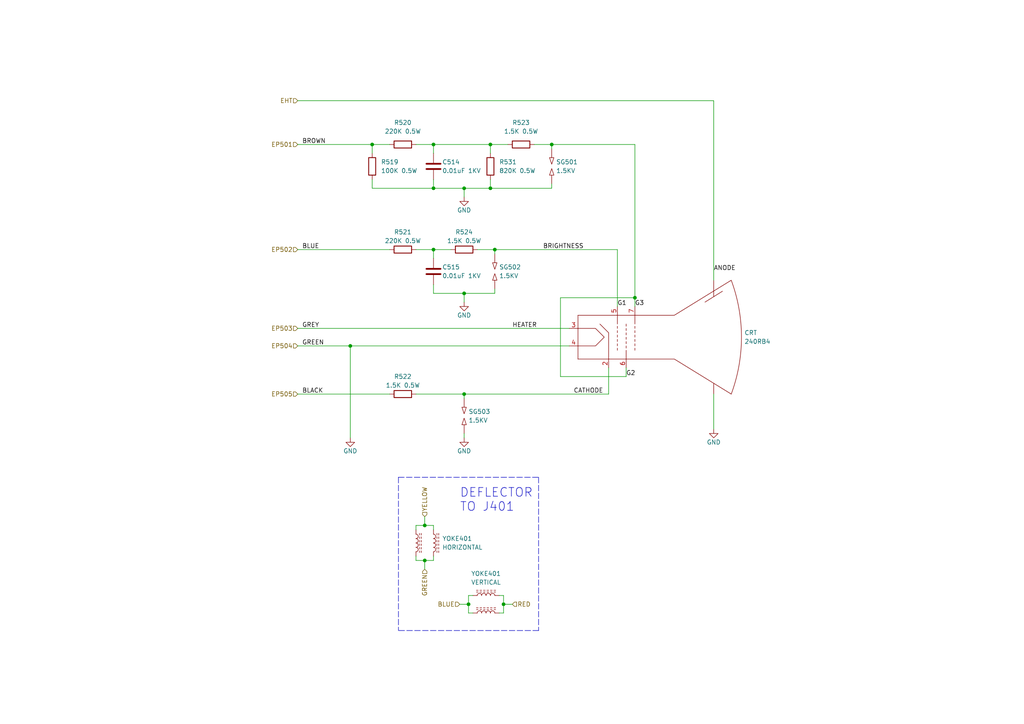
<source format=kicad_sch>
(kicad_sch
	(version 20231120)
	(generator "eeschema")
	(generator_version "8.0")
	(uuid "539c3116-088c-46e2-bd80-02ce22d3faaa")
	(paper "A4")
	(title_block
		(title "Vectrex CRT Board")
		(date "2022-03-12")
		(rev "1.0")
		(comment 1 "or send a letter to Creative Commons, PO Box 1866, Mountain View, CA 94042, USA.")
		(comment 2 "To view a copy of this license, visit http://creativecommons.org/licenses/by-sa/4.0/")
		(comment 3 "Attribution-ShareAlike 4.0 International License.")
		(comment 4 "This work is licensed under the Creative Commons")
	)
	(lib_symbols
		(symbol "Device:C"
			(pin_numbers hide)
			(pin_names
				(offset 0.254)
			)
			(exclude_from_sim no)
			(in_bom yes)
			(on_board yes)
			(property "Reference" "C"
				(at 0.635 2.54 0)
				(effects
					(font
						(size 1.27 1.27)
					)
					(justify left)
				)
			)
			(property "Value" "C"
				(at 0.635 -2.54 0)
				(effects
					(font
						(size 1.27 1.27)
					)
					(justify left)
				)
			)
			(property "Footprint" ""
				(at 0.9652 -3.81 0)
				(effects
					(font
						(size 1.27 1.27)
					)
					(hide yes)
				)
			)
			(property "Datasheet" "~"
				(at 0 0 0)
				(effects
					(font
						(size 1.27 1.27)
					)
					(hide yes)
				)
			)
			(property "Description" "Unpolarized capacitor"
				(at 0 0 0)
				(effects
					(font
						(size 1.27 1.27)
					)
					(hide yes)
				)
			)
			(property "ki_keywords" "cap capacitor"
				(at 0 0 0)
				(effects
					(font
						(size 1.27 1.27)
					)
					(hide yes)
				)
			)
			(property "ki_fp_filters" "C_*"
				(at 0 0 0)
				(effects
					(font
						(size 1.27 1.27)
					)
					(hide yes)
				)
			)
			(symbol "C_0_1"
				(polyline
					(pts
						(xy -2.032 -0.762) (xy 2.032 -0.762)
					)
					(stroke
						(width 0.508)
						(type default)
					)
					(fill
						(type none)
					)
				)
				(polyline
					(pts
						(xy -2.032 0.762) (xy 2.032 0.762)
					)
					(stroke
						(width 0.508)
						(type default)
					)
					(fill
						(type none)
					)
				)
			)
			(symbol "C_1_1"
				(pin passive line
					(at 0 3.81 270)
					(length 2.794)
					(name "~"
						(effects
							(font
								(size 1.27 1.27)
							)
						)
					)
					(number "1"
						(effects
							(font
								(size 1.27 1.27)
							)
						)
					)
				)
				(pin passive line
					(at 0 -3.81 90)
					(length 2.794)
					(name "~"
						(effects
							(font
								(size 1.27 1.27)
							)
						)
					)
					(number "2"
						(effects
							(font
								(size 1.27 1.27)
							)
						)
					)
				)
			)
		)
		(symbol "Device:L_Ferrite"
			(pin_numbers hide)
			(pin_names
				(offset 1.016) hide)
			(exclude_from_sim no)
			(in_bom yes)
			(on_board yes)
			(property "Reference" "L"
				(at -1.27 0 90)
				(effects
					(font
						(size 1.27 1.27)
					)
				)
			)
			(property "Value" "L_Ferrite"
				(at 2.794 0 90)
				(effects
					(font
						(size 1.27 1.27)
					)
				)
			)
			(property "Footprint" ""
				(at 0 0 0)
				(effects
					(font
						(size 1.27 1.27)
					)
					(hide yes)
				)
			)
			(property "Datasheet" "~"
				(at 0 0 0)
				(effects
					(font
						(size 1.27 1.27)
					)
					(hide yes)
				)
			)
			(property "Description" "Inductor with ferrite core"
				(at 0 0 0)
				(effects
					(font
						(size 1.27 1.27)
					)
					(hide yes)
				)
			)
			(property "ki_keywords" "inductor choke coil reactor magnetic"
				(at 0 0 0)
				(effects
					(font
						(size 1.27 1.27)
					)
					(hide yes)
				)
			)
			(property "ki_fp_filters" "Choke_* *Coil* Inductor_* L_*"
				(at 0 0 0)
				(effects
					(font
						(size 1.27 1.27)
					)
					(hide yes)
				)
			)
			(symbol "L_Ferrite_0_1"
				(arc
					(start 0 -2.54)
					(mid 0.6323 -1.905)
					(end 0 -1.27)
					(stroke
						(width 0)
						(type default)
					)
					(fill
						(type none)
					)
				)
				(arc
					(start 0 -1.27)
					(mid 0.6323 -0.635)
					(end 0 0)
					(stroke
						(width 0)
						(type default)
					)
					(fill
						(type none)
					)
				)
				(polyline
					(pts
						(xy 1.016 -2.794) (xy 1.016 -2.286)
					)
					(stroke
						(width 0)
						(type default)
					)
					(fill
						(type none)
					)
				)
				(polyline
					(pts
						(xy 1.016 -1.778) (xy 1.016 -1.27)
					)
					(stroke
						(width 0)
						(type default)
					)
					(fill
						(type none)
					)
				)
				(polyline
					(pts
						(xy 1.016 -0.762) (xy 1.016 -0.254)
					)
					(stroke
						(width 0)
						(type default)
					)
					(fill
						(type none)
					)
				)
				(polyline
					(pts
						(xy 1.016 0.254) (xy 1.016 0.762)
					)
					(stroke
						(width 0)
						(type default)
					)
					(fill
						(type none)
					)
				)
				(polyline
					(pts
						(xy 1.016 1.27) (xy 1.016 1.778)
					)
					(stroke
						(width 0)
						(type default)
					)
					(fill
						(type none)
					)
				)
				(polyline
					(pts
						(xy 1.016 2.286) (xy 1.016 2.794)
					)
					(stroke
						(width 0)
						(type default)
					)
					(fill
						(type none)
					)
				)
				(polyline
					(pts
						(xy 1.524 -2.286) (xy 1.524 -2.794)
					)
					(stroke
						(width 0)
						(type default)
					)
					(fill
						(type none)
					)
				)
				(polyline
					(pts
						(xy 1.524 -1.27) (xy 1.524 -1.778)
					)
					(stroke
						(width 0)
						(type default)
					)
					(fill
						(type none)
					)
				)
				(polyline
					(pts
						(xy 1.524 -0.254) (xy 1.524 -0.762)
					)
					(stroke
						(width 0)
						(type default)
					)
					(fill
						(type none)
					)
				)
				(polyline
					(pts
						(xy 1.524 0.762) (xy 1.524 0.254)
					)
					(stroke
						(width 0)
						(type default)
					)
					(fill
						(type none)
					)
				)
				(polyline
					(pts
						(xy 1.524 1.778) (xy 1.524 1.27)
					)
					(stroke
						(width 0)
						(type default)
					)
					(fill
						(type none)
					)
				)
				(polyline
					(pts
						(xy 1.524 2.794) (xy 1.524 2.286)
					)
					(stroke
						(width 0)
						(type default)
					)
					(fill
						(type none)
					)
				)
				(arc
					(start 0 0)
					(mid 0.6323 0.635)
					(end 0 1.27)
					(stroke
						(width 0)
						(type default)
					)
					(fill
						(type none)
					)
				)
				(arc
					(start 0 1.27)
					(mid 0.6323 1.905)
					(end 0 2.54)
					(stroke
						(width 0)
						(type default)
					)
					(fill
						(type none)
					)
				)
			)
			(symbol "L_Ferrite_1_1"
				(pin passive line
					(at 0 3.81 270)
					(length 1.27)
					(name "1"
						(effects
							(font
								(size 1.27 1.27)
							)
						)
					)
					(number "1"
						(effects
							(font
								(size 1.27 1.27)
							)
						)
					)
				)
				(pin passive line
					(at 0 -3.81 90)
					(length 1.27)
					(name "2"
						(effects
							(font
								(size 1.27 1.27)
							)
						)
					)
					(number "2"
						(effects
							(font
								(size 1.27 1.27)
							)
						)
					)
				)
			)
		)
		(symbol "Device:R"
			(pin_numbers hide)
			(pin_names
				(offset 0)
			)
			(exclude_from_sim no)
			(in_bom yes)
			(on_board yes)
			(property "Reference" "R"
				(at 2.032 0 90)
				(effects
					(font
						(size 1.27 1.27)
					)
				)
			)
			(property "Value" "R"
				(at 0 0 90)
				(effects
					(font
						(size 1.27 1.27)
					)
				)
			)
			(property "Footprint" ""
				(at -1.778 0 90)
				(effects
					(font
						(size 1.27 1.27)
					)
					(hide yes)
				)
			)
			(property "Datasheet" "~"
				(at 0 0 0)
				(effects
					(font
						(size 1.27 1.27)
					)
					(hide yes)
				)
			)
			(property "Description" "Resistor"
				(at 0 0 0)
				(effects
					(font
						(size 1.27 1.27)
					)
					(hide yes)
				)
			)
			(property "ki_keywords" "R res resistor"
				(at 0 0 0)
				(effects
					(font
						(size 1.27 1.27)
					)
					(hide yes)
				)
			)
			(property "ki_fp_filters" "R_*"
				(at 0 0 0)
				(effects
					(font
						(size 1.27 1.27)
					)
					(hide yes)
				)
			)
			(symbol "R_0_1"
				(rectangle
					(start -1.016 -2.54)
					(end 1.016 2.54)
					(stroke
						(width 0.254)
						(type default)
					)
					(fill
						(type none)
					)
				)
			)
			(symbol "R_1_1"
				(pin passive line
					(at 0 3.81 270)
					(length 1.27)
					(name "~"
						(effects
							(font
								(size 1.27 1.27)
							)
						)
					)
					(number "1"
						(effects
							(font
								(size 1.27 1.27)
							)
						)
					)
				)
				(pin passive line
					(at 0 -3.81 90)
					(length 1.27)
					(name "~"
						(effects
							(font
								(size 1.27 1.27)
							)
						)
					)
					(number "2"
						(effects
							(font
								(size 1.27 1.27)
							)
						)
					)
				)
			)
		)
		(symbol "Device:SparkGap"
			(pin_numbers hide)
			(pin_names
				(offset 0)
			)
			(exclude_from_sim no)
			(in_bom yes)
			(on_board yes)
			(property "Reference" "E"
				(at 0 2.032 0)
				(effects
					(font
						(size 1.27 1.27)
					)
				)
			)
			(property "Value" "SparkGap"
				(at 0 -1.905 0)
				(effects
					(font
						(size 1.27 1.27)
					)
				)
			)
			(property "Footprint" ""
				(at 0 -1.778 0)
				(effects
					(font
						(size 1.27 1.27)
					)
					(hide yes)
				)
			)
			(property "Datasheet" "~"
				(at 0 0 90)
				(effects
					(font
						(size 1.27 1.27)
					)
					(hide yes)
				)
			)
			(property "Description" "Spark gap"
				(at 0 0 0)
				(effects
					(font
						(size 1.27 1.27)
					)
					(hide yes)
				)
			)
			(property "ki_keywords" "spark gap ESD electrostatic suppression"
				(at 0 0 0)
				(effects
					(font
						(size 1.27 1.27)
					)
					(hide yes)
				)
			)
			(property "ki_fp_filters" "SG*"
				(at 0 0 0)
				(effects
					(font
						(size 1.27 1.27)
					)
					(hide yes)
				)
			)
			(symbol "SparkGap_0_1"
				(polyline
					(pts
						(xy -2.54 0.635) (xy -2.54 -0.635) (xy -0.635 0) (xy -2.54 0.635)
					)
					(stroke
						(width 0)
						(type default)
					)
					(fill
						(type none)
					)
				)
				(polyline
					(pts
						(xy 2.54 0.635) (xy 2.54 -0.635) (xy 0.635 0) (xy 2.54 0.635)
					)
					(stroke
						(width 0)
						(type default)
					)
					(fill
						(type none)
					)
				)
			)
			(symbol "SparkGap_1_1"
				(pin passive line
					(at -5.08 0 0)
					(length 2.54)
					(name "~"
						(effects
							(font
								(size 1.27 1.27)
							)
						)
					)
					(number "1"
						(effects
							(font
								(size 1.27 1.27)
							)
						)
					)
				)
				(pin passive line
					(at 5.08 0 180)
					(length 2.54)
					(name "~"
						(effects
							(font
								(size 1.27 1.27)
							)
						)
					)
					(number "2"
						(effects
							(font
								(size 1.27 1.27)
							)
						)
					)
				)
			)
		)
		(symbol "Vectrex:240RB4"
			(exclude_from_sim no)
			(in_bom yes)
			(on_board yes)
			(property "Reference" "CRT?"
				(at 27.94 1.2701 0)
				(effects
					(font
						(size 1.27 1.27)
					)
					(justify left)
				)
			)
			(property "Value" "240RB4"
				(at 27.94 -1.2699 0)
				(effects
					(font
						(size 1.27 1.27)
					)
					(justify left)
				)
			)
			(property "Footprint" ""
				(at 0 0 0)
				(effects
					(font
						(size 1.27 1.27)
					)
					(hide yes)
				)
			)
			(property "Datasheet" ""
				(at 0 0 0)
				(effects
					(font
						(size 1.27 1.27)
					)
					(hide yes)
				)
			)
			(property "Description" ""
				(at 0 0 0)
				(effects
					(font
						(size 1.27 1.27)
					)
					(hide yes)
				)
			)
			(symbol "240RB4_0_1"
				(polyline
					(pts
						(xy -20.32 6.35) (xy -20.32 -6.35)
					)
					(stroke
						(width 0)
						(type default)
					)
					(fill
						(type none)
					)
				)
				(polyline
					(pts
						(xy -8.89 -3.175) (xy -8.89 -3.81)
					)
					(stroke
						(width 0)
						(type default)
					)
					(fill
						(type none)
					)
				)
				(polyline
					(pts
						(xy -8.89 -1.905) (xy -8.89 -2.54)
					)
					(stroke
						(width 0)
						(type default)
					)
					(fill
						(type none)
					)
				)
				(polyline
					(pts
						(xy -8.89 -0.635) (xy -8.89 -1.27)
					)
					(stroke
						(width 0)
						(type default)
					)
					(fill
						(type none)
					)
				)
				(polyline
					(pts
						(xy -8.89 0.635) (xy -8.89 0)
					)
					(stroke
						(width 0)
						(type default)
					)
					(fill
						(type none)
					)
				)
				(polyline
					(pts
						(xy -8.89 1.905) (xy -8.89 1.27)
					)
					(stroke
						(width 0)
						(type default)
					)
					(fill
						(type none)
					)
				)
				(polyline
					(pts
						(xy -8.89 3.175) (xy -8.89 2.54)
					)
					(stroke
						(width 0)
						(type default)
					)
					(fill
						(type none)
					)
				)
				(polyline
					(pts
						(xy -8.89 6.35) (xy -8.89 3.81)
					)
					(stroke
						(width 0)
						(type default)
					)
					(fill
						(type none)
					)
				)
				(polyline
					(pts
						(xy -6.35 -6.35) (xy -6.35 -3.81)
					)
					(stroke
						(width 0)
						(type default)
					)
					(fill
						(type none)
					)
				)
				(polyline
					(pts
						(xy -6.35 -3.175) (xy -6.35 -2.54)
					)
					(stroke
						(width 0)
						(type default)
					)
					(fill
						(type none)
					)
				)
				(polyline
					(pts
						(xy -6.35 -1.905) (xy -6.35 -1.27)
					)
					(stroke
						(width 0)
						(type default)
					)
					(fill
						(type none)
					)
				)
				(polyline
					(pts
						(xy -6.35 -0.635) (xy -6.35 0)
					)
					(stroke
						(width 0)
						(type default)
					)
					(fill
						(type none)
					)
				)
				(polyline
					(pts
						(xy -6.35 0.635) (xy -6.35 1.27)
					)
					(stroke
						(width 0)
						(type default)
					)
					(fill
						(type none)
					)
				)
				(polyline
					(pts
						(xy -6.35 1.905) (xy -6.35 2.54)
					)
					(stroke
						(width 0)
						(type default)
					)
					(fill
						(type none)
					)
				)
				(polyline
					(pts
						(xy -6.35 3.175) (xy -6.35 3.81)
					)
					(stroke
						(width 0)
						(type default)
					)
					(fill
						(type none)
					)
				)
				(polyline
					(pts
						(xy -3.81 -3.175) (xy -3.81 -3.81)
					)
					(stroke
						(width 0)
						(type default)
					)
					(fill
						(type none)
					)
				)
				(polyline
					(pts
						(xy -3.81 -1.905) (xy -3.81 -2.54)
					)
					(stroke
						(width 0)
						(type default)
					)
					(fill
						(type none)
					)
				)
				(polyline
					(pts
						(xy -3.81 -0.635) (xy -3.81 -1.27)
					)
					(stroke
						(width 0)
						(type default)
					)
					(fill
						(type none)
					)
				)
				(polyline
					(pts
						(xy -3.81 0.635) (xy -3.81 0)
					)
					(stroke
						(width 0)
						(type default)
					)
					(fill
						(type none)
					)
				)
				(polyline
					(pts
						(xy -3.81 1.905) (xy -3.81 1.27)
					)
					(stroke
						(width 0)
						(type default)
					)
					(fill
						(type none)
					)
				)
				(polyline
					(pts
						(xy -3.81 3.175) (xy -3.81 2.54)
					)
					(stroke
						(width 0)
						(type default)
					)
					(fill
						(type none)
					)
				)
				(polyline
					(pts
						(xy -3.81 6.35) (xy -3.81 3.81)
					)
					(stroke
						(width 0)
						(type default)
					)
					(fill
						(type none)
					)
				)
				(polyline
					(pts
						(xy 16.51 10.16) (xy 21.59 13.335)
					)
					(stroke
						(width 0)
						(type default)
					)
					(fill
						(type none)
					)
				)
				(polyline
					(pts
						(xy -20.32 -6.35) (xy 7.62 -6.35) (xy 24.13 -16.51)
					)
					(stroke
						(width 0)
						(type default)
					)
					(fill
						(type none)
					)
				)
				(polyline
					(pts
						(xy -20.32 6.35) (xy 7.62 6.35) (xy 24.13 16.51)
					)
					(stroke
						(width 0)
						(type default)
					)
					(fill
						(type none)
					)
				)
				(polyline
					(pts
						(xy -11.43 -6.35) (xy -11.43 0) (xy -11.43 1.27) (xy -13.97 3.81)
					)
					(stroke
						(width 0)
						(type default)
					)
					(fill
						(type none)
					)
				)
				(polyline
					(pts
						(xy -20.32 2.54) (xy -15.24 2.54) (xy -12.7 0) (xy -15.24 -2.54) (xy -20.32 -2.54)
					)
					(stroke
						(width 0)
						(type default)
					)
					(fill
						(type none)
					)
				)
				(arc
					(start 24.13 -16.51)
					(mid 27.0956 0)
					(end 24.13 16.51)
					(stroke
						(width 0)
						(type default)
					)
					(fill
						(type none)
					)
				)
			)
			(symbol "240RB4_1_1"
				(pin input line
					(at 19.05 -16.51 90)
					(length 3)
					(name ""
						(effects
							(font
								(size 1.27 1.27)
							)
						)
					)
					(number ""
						(effects
							(font
								(size 1.27 1.27)
							)
						)
					)
				)
				(pin input line
					(at 19.05 16.51 270)
					(length 4.7)
					(name ""
						(effects
							(font
								(size 1.27 1.27)
							)
						)
					)
					(number ""
						(effects
							(font
								(size 1.27 1.27)
							)
						)
					)
				)
				(pin input line
					(at -11.43 -8.89 90)
					(length 2.54)
					(name ""
						(effects
							(font
								(size 1.27 1.27)
							)
						)
					)
					(number "2"
						(effects
							(font
								(size 1.27 1.27)
							)
						)
					)
				)
				(pin input line
					(at -22.86 2.54 0)
					(length 2.54)
					(name ""
						(effects
							(font
								(size 1.27 1.27)
							)
						)
					)
					(number "3"
						(effects
							(font
								(size 1.27 1.27)
							)
						)
					)
				)
				(pin input line
					(at -22.86 -2.54 0)
					(length 2.54)
					(name ""
						(effects
							(font
								(size 1.27 1.27)
							)
						)
					)
					(number "4"
						(effects
							(font
								(size 1.27 1.27)
							)
						)
					)
				)
				(pin input line
					(at -8.89 8.89 270)
					(length 2.54)
					(name ""
						(effects
							(font
								(size 1.27 1.27)
							)
						)
					)
					(number "5"
						(effects
							(font
								(size 1.27 1.27)
							)
						)
					)
				)
				(pin input line
					(at -6.35 -8.89 90)
					(length 2.54)
					(name ""
						(effects
							(font
								(size 1.27 1.27)
							)
						)
					)
					(number "6"
						(effects
							(font
								(size 1.27 1.27)
							)
						)
					)
				)
				(pin input line
					(at -3.81 8.89 270)
					(length 2.54)
					(name ""
						(effects
							(font
								(size 1.27 1.27)
							)
						)
					)
					(number "7"
						(effects
							(font
								(size 1.27 1.27)
							)
						)
					)
				)
			)
		)
		(symbol "power:GND"
			(power)
			(pin_names
				(offset 0)
			)
			(exclude_from_sim no)
			(in_bom yes)
			(on_board yes)
			(property "Reference" "#PWR"
				(at 0 -6.35 0)
				(effects
					(font
						(size 1.27 1.27)
					)
					(hide yes)
				)
			)
			(property "Value" "GND"
				(at 0 -3.81 0)
				(effects
					(font
						(size 1.27 1.27)
					)
				)
			)
			(property "Footprint" ""
				(at 0 0 0)
				(effects
					(font
						(size 1.27 1.27)
					)
					(hide yes)
				)
			)
			(property "Datasheet" ""
				(at 0 0 0)
				(effects
					(font
						(size 1.27 1.27)
					)
					(hide yes)
				)
			)
			(property "Description" "Power symbol creates a global label with name \"GND\" , ground"
				(at 0 0 0)
				(effects
					(font
						(size 1.27 1.27)
					)
					(hide yes)
				)
			)
			(property "ki_keywords" "power-flag"
				(at 0 0 0)
				(effects
					(font
						(size 1.27 1.27)
					)
					(hide yes)
				)
			)
			(symbol "GND_0_1"
				(polyline
					(pts
						(xy 0 0) (xy 0 -1.27) (xy 1.27 -1.27) (xy 0 -2.54) (xy -1.27 -1.27) (xy 0 -1.27)
					)
					(stroke
						(width 0)
						(type default)
					)
					(fill
						(type none)
					)
				)
			)
			(symbol "GND_1_1"
				(pin power_in line
					(at 0 0 270)
					(length 0) hide
					(name "GND"
						(effects
							(font
								(size 1.27 1.27)
							)
						)
					)
					(number "1"
						(effects
							(font
								(size 1.27 1.27)
							)
						)
					)
				)
			)
		)
	)
	(junction
		(at 142.24 41.91)
		(diameter 0)
		(color 0 0 0 0)
		(uuid "28db5559-1369-4a31-a66c-9e2705ced85c")
	)
	(junction
		(at 123.19 152.4)
		(diameter 0)
		(color 0 0 0 0)
		(uuid "28ddcca8-adf4-4732-804a-9188fcd30ef8")
	)
	(junction
		(at 142.24 54.61)
		(diameter 0)
		(color 0 0 0 0)
		(uuid "29245e7d-e93d-472b-8f6f-c61560177123")
	)
	(junction
		(at 184.15 86.36)
		(diameter 0)
		(color 0 0 0 0)
		(uuid "2ac56f9a-23f7-4b5b-945b-bd1749ae4092")
	)
	(junction
		(at 107.95 41.91)
		(diameter 0)
		(color 0 0 0 0)
		(uuid "3a7507e0-05ae-4f38-ba85-29646a8bc5d1")
	)
	(junction
		(at 101.6 100.33)
		(diameter 0)
		(color 0 0 0 0)
		(uuid "66fc82d5-1c76-4ab5-83e8-1b86ccfc6dad")
	)
	(junction
		(at 160.02 41.91)
		(diameter 0)
		(color 0 0 0 0)
		(uuid "6df5ce51-19ef-4f0e-9cb1-32a71c85597c")
	)
	(junction
		(at 125.73 41.91)
		(diameter 0)
		(color 0 0 0 0)
		(uuid "7369f76c-f22e-45d1-8b05-6b133ba86cd1")
	)
	(junction
		(at 134.62 85.09)
		(diameter 0)
		(color 0 0 0 0)
		(uuid "76f77ab0-e698-49f1-8db5-7724c52c51e7")
	)
	(junction
		(at 125.73 72.39)
		(diameter 0)
		(color 0 0 0 0)
		(uuid "8e19dce8-c322-4f86-8d90-d5e09be55d2f")
	)
	(junction
		(at 146.05 175.26)
		(diameter 0)
		(color 0 0 0 0)
		(uuid "b8189f66-5916-493a-b7c8-16c4d6d53798")
	)
	(junction
		(at 134.62 114.3)
		(diameter 0)
		(color 0 0 0 0)
		(uuid "b8448430-fbb2-41f5-9d0a-2755d4e50048")
	)
	(junction
		(at 125.73 54.61)
		(diameter 0)
		(color 0 0 0 0)
		(uuid "c15637d5-ab0e-437e-ad65-d5f9a3021860")
	)
	(junction
		(at 135.89 175.26)
		(diameter 0)
		(color 0 0 0 0)
		(uuid "cd39066a-1c35-4760-8684-1c68af4e1ee2")
	)
	(junction
		(at 143.51 72.39)
		(diameter 0)
		(color 0 0 0 0)
		(uuid "d8d53a77-284f-4557-8056-a99c2b1e9fd6")
	)
	(junction
		(at 123.19 162.56)
		(diameter 0)
		(color 0 0 0 0)
		(uuid "e770675d-c832-4e34-8d50-80fa5c5aa429")
	)
	(junction
		(at 134.62 54.61)
		(diameter 0)
		(color 0 0 0 0)
		(uuid "f20d3010-6d0a-443b-a66b-099ec2e1cd89")
	)
	(wire
		(pts
			(xy 142.24 41.91) (xy 147.32 41.91)
		)
		(stroke
			(width 0)
			(type default)
		)
		(uuid "0225efb6-4ade-49c1-887d-40173a65cff7")
	)
	(wire
		(pts
			(xy 107.95 54.61) (xy 107.95 52.07)
		)
		(stroke
			(width 0)
			(type default)
		)
		(uuid "049f7a2f-143a-4bb5-a4a0-f2c7df3ff93a")
	)
	(wire
		(pts
			(xy 120.65 72.39) (xy 125.73 72.39)
		)
		(stroke
			(width 0)
			(type default)
		)
		(uuid "0632d8ce-2fa6-43ad-8dc8-7540f061dffa")
	)
	(wire
		(pts
			(xy 135.89 175.26) (xy 135.89 177.8)
		)
		(stroke
			(width 0)
			(type default)
		)
		(uuid "06dd68b9-5601-44b3-96d3-59b4926bc4c9")
	)
	(wire
		(pts
			(xy 181.61 109.22) (xy 162.56 109.22)
		)
		(stroke
			(width 0)
			(type default)
		)
		(uuid "08b49b88-abce-48a7-bacf-a1f15af91120")
	)
	(wire
		(pts
			(xy 143.51 85.09) (xy 143.51 83.82)
		)
		(stroke
			(width 0)
			(type default)
		)
		(uuid "10daa103-b578-48d9-b373-8b46dbf004a1")
	)
	(wire
		(pts
			(xy 125.73 41.91) (xy 142.24 41.91)
		)
		(stroke
			(width 0)
			(type default)
		)
		(uuid "1239805e-25e5-4ae3-817d-753a679dfdb5")
	)
	(wire
		(pts
			(xy 162.56 109.22) (xy 162.56 86.36)
		)
		(stroke
			(width 0)
			(type default)
		)
		(uuid "150ea59e-397e-4168-97b0-12592de93e56")
	)
	(wire
		(pts
			(xy 120.65 152.4) (xy 123.19 152.4)
		)
		(stroke
			(width 0)
			(type default)
		)
		(uuid "1abb1342-46bd-43c6-8536-31e4dc44fe90")
	)
	(wire
		(pts
			(xy 143.51 72.39) (xy 179.07 72.39)
		)
		(stroke
			(width 0)
			(type default)
		)
		(uuid "25f403e6-ae01-4b1c-9834-610304042d8c")
	)
	(wire
		(pts
			(xy 146.05 175.26) (xy 146.05 177.8)
		)
		(stroke
			(width 0)
			(type default)
		)
		(uuid "281bb0a1-50f2-4579-b7ae-7224f3bd1193")
	)
	(wire
		(pts
			(xy 134.62 114.3) (xy 120.65 114.3)
		)
		(stroke
			(width 0)
			(type default)
		)
		(uuid "2c11b78f-de27-4f3c-a0f5-4b05d3dfb58e")
	)
	(wire
		(pts
			(xy 101.6 100.33) (xy 86.36 100.33)
		)
		(stroke
			(width 0)
			(type default)
		)
		(uuid "2c83e860-d0f7-49c4-9e6b-dcd07341f337")
	)
	(wire
		(pts
			(xy 134.62 85.09) (xy 143.51 85.09)
		)
		(stroke
			(width 0)
			(type default)
		)
		(uuid "2cf56726-c25a-4af3-ae95-f459f21f4bd7")
	)
	(wire
		(pts
			(xy 146.05 175.26) (xy 148.59 175.26)
		)
		(stroke
			(width 0)
			(type default)
		)
		(uuid "2fde4759-f5e5-4592-86c6-2538516a1cd8")
	)
	(wire
		(pts
			(xy 123.19 149.86) (xy 123.19 152.4)
		)
		(stroke
			(width 0)
			(type default)
		)
		(uuid "3062f5e9-28c9-418e-b0f2-216f400f476e")
	)
	(polyline
		(pts
			(xy 115.57 138.43) (xy 156.21 138.43)
		)
		(stroke
			(width 0)
			(type dash)
		)
		(uuid "31988f03-7eaf-411b-80b2-73ad24e0d5c4")
	)
	(polyline
		(pts
			(xy 156.21 138.43) (xy 156.21 182.88)
		)
		(stroke
			(width 0)
			(type dash)
		)
		(uuid "35fefc94-43df-4deb-a022-e9628b1e1039")
	)
	(wire
		(pts
			(xy 207.01 114.3) (xy 207.01 124.46)
		)
		(stroke
			(width 0)
			(type default)
		)
		(uuid "37d94160-e6df-4dc1-9869-debab234da2e")
	)
	(wire
		(pts
			(xy 125.73 162.56) (xy 123.19 162.56)
		)
		(stroke
			(width 0)
			(type default)
		)
		(uuid "39f119eb-a443-43e0-a5c7-df3d570a1341")
	)
	(wire
		(pts
			(xy 125.73 52.07) (xy 125.73 54.61)
		)
		(stroke
			(width 0)
			(type default)
		)
		(uuid "464a7a53-ece0-4e51-a58b-985b9da95d57")
	)
	(wire
		(pts
			(xy 142.24 52.07) (xy 142.24 54.61)
		)
		(stroke
			(width 0)
			(type default)
		)
		(uuid "494bb70e-2ad0-47b8-9508-9fd809a12dfc")
	)
	(wire
		(pts
			(xy 142.24 41.91) (xy 142.24 44.45)
		)
		(stroke
			(width 0)
			(type default)
		)
		(uuid "4aa20328-5b5b-498a-91bd-ca2a5b78d1e8")
	)
	(wire
		(pts
			(xy 135.89 177.8) (xy 137.16 177.8)
		)
		(stroke
			(width 0)
			(type default)
		)
		(uuid "4b4ec5f0-454b-429b-a94a-83876caa6abf")
	)
	(wire
		(pts
			(xy 143.51 72.39) (xy 143.51 73.66)
		)
		(stroke
			(width 0)
			(type default)
		)
		(uuid "510ac48d-b16c-44f2-849b-69788fca6bc7")
	)
	(wire
		(pts
			(xy 160.02 53.34) (xy 160.02 54.61)
		)
		(stroke
			(width 0)
			(type default)
		)
		(uuid "51b4a4e8-d069-4879-bc61-51660c8f7cf6")
	)
	(wire
		(pts
			(xy 86.36 95.25) (xy 165.1 95.25)
		)
		(stroke
			(width 0)
			(type default)
		)
		(uuid "580fc3fa-bc1f-414d-b54f-dd6838da1a3b")
	)
	(wire
		(pts
			(xy 133.35 175.26) (xy 135.89 175.26)
		)
		(stroke
			(width 0)
			(type default)
		)
		(uuid "58344c4a-7ad1-42bf-95ae-2bfc7fdf478c")
	)
	(wire
		(pts
			(xy 123.19 162.56) (xy 123.19 165.1)
		)
		(stroke
			(width 0)
			(type default)
		)
		(uuid "5d3c9569-45fa-40f6-bc26-2bcf56c148b4")
	)
	(wire
		(pts
			(xy 125.73 54.61) (xy 107.95 54.61)
		)
		(stroke
			(width 0)
			(type default)
		)
		(uuid "5dec97e5-0c34-4431-8641-fa8aca36cc3c")
	)
	(wire
		(pts
			(xy 184.15 86.36) (xy 184.15 88.9)
		)
		(stroke
			(width 0)
			(type default)
		)
		(uuid "5fd1fdf1-828f-4ce3-8e6f-e9bada081239")
	)
	(wire
		(pts
			(xy 135.89 172.72) (xy 135.89 175.26)
		)
		(stroke
			(width 0)
			(type default)
		)
		(uuid "66bd1741-a44c-4d8c-96d0-5166de708a80")
	)
	(wire
		(pts
			(xy 160.02 41.91) (xy 184.15 41.91)
		)
		(stroke
			(width 0)
			(type default)
		)
		(uuid "67933d9e-4e4c-4600-b9b3-f0112297c5d9")
	)
	(wire
		(pts
			(xy 146.05 177.8) (xy 144.78 177.8)
		)
		(stroke
			(width 0)
			(type default)
		)
		(uuid "6a95b5be-528a-4321-9d82-3589dc42bd77")
	)
	(wire
		(pts
			(xy 120.65 162.56) (xy 120.65 161.29)
		)
		(stroke
			(width 0)
			(type default)
		)
		(uuid "71683ad6-a2bb-4eeb-bacb-b7c71eff5462")
	)
	(wire
		(pts
			(xy 123.19 152.4) (xy 125.73 152.4)
		)
		(stroke
			(width 0)
			(type default)
		)
		(uuid "7194bec1-cb60-42e1-9d23-d9c954351204")
	)
	(wire
		(pts
			(xy 138.43 72.39) (xy 143.51 72.39)
		)
		(stroke
			(width 0)
			(type default)
		)
		(uuid "73c8ea9e-09b2-4bd7-b08d-70880ba6adcb")
	)
	(wire
		(pts
			(xy 176.53 106.68) (xy 176.53 114.3)
		)
		(stroke
			(width 0)
			(type default)
		)
		(uuid "7592ed30-f60f-4ae9-b073-e5e33fa6138c")
	)
	(wire
		(pts
			(xy 134.62 114.3) (xy 134.62 115.57)
		)
		(stroke
			(width 0)
			(type default)
		)
		(uuid "7683f79d-5d73-4b74-a5d4-7784b84a782d")
	)
	(polyline
		(pts
			(xy 115.57 138.43) (xy 115.57 182.88)
		)
		(stroke
			(width 0)
			(type dash)
		)
		(uuid "7e625c41-3ea6-4462-b14b-5d9d477f18b5")
	)
	(wire
		(pts
			(xy 125.73 72.39) (xy 130.81 72.39)
		)
		(stroke
			(width 0)
			(type default)
		)
		(uuid "838324e9-618e-4309-bd56-c08f3fdbbaf3")
	)
	(wire
		(pts
			(xy 120.65 153.67) (xy 120.65 152.4)
		)
		(stroke
			(width 0)
			(type default)
		)
		(uuid "839f5e2f-f786-4ba8-b83e-a5ad694a8237")
	)
	(wire
		(pts
			(xy 160.02 41.91) (xy 160.02 43.18)
		)
		(stroke
			(width 0)
			(type default)
		)
		(uuid "8620bd78-ee7e-424d-9dda-e085215ce1a4")
	)
	(wire
		(pts
			(xy 181.61 106.68) (xy 181.61 109.22)
		)
		(stroke
			(width 0)
			(type default)
		)
		(uuid "8966c23e-7dbf-421e-899d-33aadb10a4d5")
	)
	(wire
		(pts
			(xy 120.65 41.91) (xy 125.73 41.91)
		)
		(stroke
			(width 0)
			(type default)
		)
		(uuid "8b6aa81a-9996-4e09-8385-20af8e5ff2be")
	)
	(wire
		(pts
			(xy 125.73 152.4) (xy 125.73 153.67)
		)
		(stroke
			(width 0)
			(type default)
		)
		(uuid "8f01fd37-9177-43d6-8b59-fc3282e8759d")
	)
	(wire
		(pts
			(xy 101.6 100.33) (xy 165.1 100.33)
		)
		(stroke
			(width 0)
			(type default)
		)
		(uuid "91de3f8d-319b-4028-8648-49a1efce87e2")
	)
	(wire
		(pts
			(xy 176.53 114.3) (xy 134.62 114.3)
		)
		(stroke
			(width 0)
			(type default)
		)
		(uuid "9ba8c5ab-7740-44da-8500-411e4520e327")
	)
	(wire
		(pts
			(xy 86.36 72.39) (xy 113.03 72.39)
		)
		(stroke
			(width 0)
			(type default)
		)
		(uuid "9bb5a0b1-63bd-4161-b1d2-9c681e8fbe97")
	)
	(wire
		(pts
			(xy 125.73 161.29) (xy 125.73 162.56)
		)
		(stroke
			(width 0)
			(type default)
		)
		(uuid "a1f1f67e-cecf-4387-a309-3502bcb67392")
	)
	(wire
		(pts
			(xy 107.95 44.45) (xy 107.95 41.91)
		)
		(stroke
			(width 0)
			(type default)
		)
		(uuid "a429f7a0-0772-44cc-967d-9431f3ed318d")
	)
	(wire
		(pts
			(xy 144.78 172.72) (xy 146.05 172.72)
		)
		(stroke
			(width 0)
			(type default)
		)
		(uuid "a5542841-f62c-4bc7-80ce-42730fd92e65")
	)
	(wire
		(pts
			(xy 179.07 88.9) (xy 179.07 72.39)
		)
		(stroke
			(width 0)
			(type default)
		)
		(uuid "acd767f3-1a2b-4e93-b784-405c8f35f475")
	)
	(wire
		(pts
			(xy 125.73 72.39) (xy 125.73 74.93)
		)
		(stroke
			(width 0)
			(type default)
		)
		(uuid "adfd8248-6272-49ce-9b37-0317070d18a5")
	)
	(wire
		(pts
			(xy 86.36 41.91) (xy 107.95 41.91)
		)
		(stroke
			(width 0)
			(type default)
		)
		(uuid "b0c6f23b-d3b4-42fb-b235-4801c7d709df")
	)
	(wire
		(pts
			(xy 142.24 54.61) (xy 134.62 54.61)
		)
		(stroke
			(width 0)
			(type default)
		)
		(uuid "bc7a45ea-3a05-480b-9b89-eb5bfde09a15")
	)
	(wire
		(pts
			(xy 125.73 85.09) (xy 134.62 85.09)
		)
		(stroke
			(width 0)
			(type default)
		)
		(uuid "bd05aa6b-952b-402d-932d-cb6f428fd1fe")
	)
	(wire
		(pts
			(xy 125.73 82.55) (xy 125.73 85.09)
		)
		(stroke
			(width 0)
			(type default)
		)
		(uuid "bd3ef08f-3af5-40dc-a676-d13fc0c86dea")
	)
	(wire
		(pts
			(xy 146.05 172.72) (xy 146.05 175.26)
		)
		(stroke
			(width 0)
			(type default)
		)
		(uuid "c410b57f-758c-4c80-a4e8-ba33f4db1b46")
	)
	(wire
		(pts
			(xy 137.16 172.72) (xy 135.89 172.72)
		)
		(stroke
			(width 0)
			(type default)
		)
		(uuid "c4947c78-7ee8-4910-930a-3718b02581dc")
	)
	(wire
		(pts
			(xy 86.36 114.3) (xy 113.03 114.3)
		)
		(stroke
			(width 0)
			(type default)
		)
		(uuid "c59e117d-c3cb-4773-b485-d24a14601e98")
	)
	(wire
		(pts
			(xy 125.73 41.91) (xy 125.73 44.45)
		)
		(stroke
			(width 0)
			(type default)
		)
		(uuid "c6ba8598-f9b5-4787-ad2b-499f9c980d36")
	)
	(wire
		(pts
			(xy 107.95 41.91) (xy 113.03 41.91)
		)
		(stroke
			(width 0)
			(type default)
		)
		(uuid "c80bbb92-dacd-4992-898e-0668091660ef")
	)
	(wire
		(pts
			(xy 134.62 85.09) (xy 134.62 87.63)
		)
		(stroke
			(width 0)
			(type default)
		)
		(uuid "ce7a95cf-4821-4c93-adc8-4c5a0db75114")
	)
	(wire
		(pts
			(xy 207.01 29.21) (xy 207.01 81.28)
		)
		(stroke
			(width 0)
			(type default)
		)
		(uuid "d0a56372-9e97-494c-a7fd-177aa478aec9")
	)
	(wire
		(pts
			(xy 154.94 41.91) (xy 160.02 41.91)
		)
		(stroke
			(width 0)
			(type default)
		)
		(uuid "d17b0549-def5-4367-b17e-c04417866963")
	)
	(wire
		(pts
			(xy 134.62 54.61) (xy 134.62 57.15)
		)
		(stroke
			(width 0)
			(type default)
		)
		(uuid "d446c2a0-b37f-4285-8a06-014561168668")
	)
	(wire
		(pts
			(xy 86.36 29.21) (xy 207.01 29.21)
		)
		(stroke
			(width 0)
			(type default)
		)
		(uuid "daa3f7c4-7e62-443e-9632-133b0f9e9023")
	)
	(wire
		(pts
			(xy 101.6 127) (xy 101.6 100.33)
		)
		(stroke
			(width 0)
			(type default)
		)
		(uuid "ddb0f8c0-0669-4615-a93c-ab5487be3275")
	)
	(wire
		(pts
			(xy 123.19 162.56) (xy 120.65 162.56)
		)
		(stroke
			(width 0)
			(type default)
		)
		(uuid "def7434f-f7f1-4194-82ed-a135855007f5")
	)
	(wire
		(pts
			(xy 134.62 54.61) (xy 125.73 54.61)
		)
		(stroke
			(width 0)
			(type default)
		)
		(uuid "e590610a-4548-4a4d-81b4-8af930dc0f68")
	)
	(polyline
		(pts
			(xy 156.21 182.88) (xy 115.57 182.88)
		)
		(stroke
			(width 0)
			(type dash)
		)
		(uuid "e716f821-eded-4d3c-939f-75c7acb3286d")
	)
	(wire
		(pts
			(xy 134.62 125.73) (xy 134.62 127)
		)
		(stroke
			(width 0)
			(type default)
		)
		(uuid "ea0350ed-926b-4077-91db-f5df930ba93e")
	)
	(wire
		(pts
			(xy 160.02 54.61) (xy 142.24 54.61)
		)
		(stroke
			(width 0)
			(type default)
		)
		(uuid "ee3a997a-132b-4f45-b15d-b81208b07e1e")
	)
	(wire
		(pts
			(xy 162.56 86.36) (xy 184.15 86.36)
		)
		(stroke
			(width 0)
			(type default)
		)
		(uuid "f33e440e-5672-4728-9553-8bc272d480ad")
	)
	(wire
		(pts
			(xy 184.15 41.91) (xy 184.15 86.36)
		)
		(stroke
			(width 0)
			(type default)
		)
		(uuid "f8b24a71-3068-4ffc-9f88-3cb3e4fea3de")
	)
	(text "DEFLECTOR\nTO J401"
		(exclude_from_sim no)
		(at 133.35 148.59 0)
		(effects
			(font
				(size 2.54 2.54)
			)
			(justify left bottom)
		)
		(uuid "1c632595-791c-48bd-ba96-ad3aae5274fa")
	)
	(label "BROWN"
		(at 87.63 41.91 0)
		(effects
			(font
				(size 1.27 1.27)
			)
			(justify left bottom)
		)
		(uuid "30deb169-b4b9-4e54-a197-13219941e8b2")
	)
	(label "G3"
		(at 184.15 88.9 0)
		(effects
			(font
				(size 1.27 1.27)
			)
			(justify left bottom)
		)
		(uuid "3be828be-212d-4b11-8746-b65f5ca21099")
	)
	(label "G2"
		(at 181.61 109.22 0)
		(effects
			(font
				(size 1.27 1.27)
			)
			(justify left bottom)
		)
		(uuid "5efa2b4c-5787-4bb5-9309-6a4d0bfa4930")
	)
	(label "HEATER"
		(at 148.59 95.25 0)
		(effects
			(font
				(size 1.27 1.27)
			)
			(justify left bottom)
		)
		(uuid "a0d2074a-a9b7-49f4-8d95-2676790b9173")
	)
	(label "BLUE"
		(at 87.63 72.39 0)
		(effects
			(font
				(size 1.27 1.27)
			)
			(justify left bottom)
		)
		(uuid "bb7f5fcc-a609-44be-8b65-0c9210d68e9d")
	)
	(label "GREY"
		(at 87.63 95.25 0)
		(effects
			(font
				(size 1.27 1.27)
			)
			(justify left bottom)
		)
		(uuid "c8cedc14-cd50-449b-83a3-7f5243fda862")
	)
	(label "GREEN"
		(at 87.63 100.33 0)
		(effects
			(font
				(size 1.27 1.27)
			)
			(justify left bottom)
		)
		(uuid "cf06fe9a-cc0f-4655-8d34-6bbefdfa119f")
	)
	(label "ANODE"
		(at 207.01 78.74 0)
		(effects
			(font
				(size 1.27 1.27)
			)
			(justify left bottom)
		)
		(uuid "d16541af-bb6c-456b-8f6d-3257d89504bb")
	)
	(label "CATHODE"
		(at 166.37 114.3 0)
		(effects
			(font
				(size 1.27 1.27)
			)
			(justify left bottom)
		)
		(uuid "da1dbc4f-bcb1-4745-869d-cb6f4bd30032")
	)
	(label "BRIGHTNESS"
		(at 157.48 72.39 0)
		(effects
			(font
				(size 1.27 1.27)
			)
			(justify left bottom)
		)
		(uuid "e5117788-81c2-4515-a6ee-d4ff16871e74")
	)
	(label "G1"
		(at 179.07 88.9 0)
		(effects
			(font
				(size 1.27 1.27)
			)
			(justify left bottom)
		)
		(uuid "f2117ae1-e6a6-4a87-8e8a-c88d5e45d44a")
	)
	(label "BLACK"
		(at 87.63 114.3 0)
		(effects
			(font
				(size 1.27 1.27)
			)
			(justify left bottom)
		)
		(uuid "fc010f7c-a5e9-4cc2-ad34-6368b54a9e16")
	)
	(hierarchical_label "YELLOW"
		(shape input)
		(at 123.19 149.86 90)
		(effects
			(font
				(size 1.27 1.27)
			)
			(justify left)
		)
		(uuid "1c7de72f-1325-484e-a269-7b26b2ebd279")
	)
	(hierarchical_label "EP501"
		(shape input)
		(at 86.36 41.91 180)
		(effects
			(font
				(size 1.27 1.27)
			)
			(justify right)
		)
		(uuid "5e99ad84-8ea3-46fc-92c2-9665c1ce3ff4")
	)
	(hierarchical_label "GREEN"
		(shape input)
		(at 123.19 165.1 270)
		(effects
			(font
				(size 1.27 1.27)
			)
			(justify right)
		)
		(uuid "853c74c9-dcfd-4959-9f7a-bf16fcc5b87b")
	)
	(hierarchical_label "EP503"
		(shape input)
		(at 86.36 95.25 180)
		(effects
			(font
				(size 1.27 1.27)
			)
			(justify right)
		)
		(uuid "97ba8ab7-ea9b-481c-9c5a-e609ed3c2168")
	)
	(hierarchical_label "BLUE"
		(shape input)
		(at 133.35 175.26 180)
		(effects
			(font
				(size 1.27 1.27)
			)
			(justify right)
		)
		(uuid "9d2beae3-e0f4-4857-ac6b-9fc58045dfc9")
	)
	(hierarchical_label "RED"
		(shape input)
		(at 148.59 175.26 0)
		(effects
			(font
				(size 1.27 1.27)
			)
			(justify left)
		)
		(uuid "a603f427-0d3e-418e-9d1c-61cc239faf95")
	)
	(hierarchical_label "EP502"
		(shape input)
		(at 86.36 72.39 180)
		(effects
			(font
				(size 1.27 1.27)
			)
			(justify right)
		)
		(uuid "d6d629a0-d577-4de1-9b27-db61a32193a9")
	)
	(hierarchical_label "EHT"
		(shape input)
		(at 86.36 29.21 180)
		(effects
			(font
				(size 1.27 1.27)
			)
			(justify right)
		)
		(uuid "f26a79e4-0a3c-4be1-9518-d170b050bc8f")
	)
	(hierarchical_label "EP504"
		(shape input)
		(at 86.36 100.33 180)
		(effects
			(font
				(size 1.27 1.27)
			)
			(justify right)
		)
		(uuid "f2fee1c9-3384-4b88-9ff8-6d946ed8cad6")
	)
	(hierarchical_label "EP505"
		(shape input)
		(at 86.36 114.3 180)
		(effects
			(font
				(size 1.27 1.27)
			)
			(justify right)
		)
		(uuid "fee54576-3164-43e3-879a-0b3c40b887f8")
	)
	(symbol
		(lib_id "Device:R")
		(at 107.95 48.26 0)
		(unit 1)
		(exclude_from_sim no)
		(in_bom yes)
		(on_board yes)
		(dnp no)
		(fields_autoplaced yes)
		(uuid "253068b8-2972-43f8-9086-da19040d8b53")
		(property "Reference" "R519"
			(at 110.49 46.9899 0)
			(effects
				(font
					(size 1.27 1.27)
				)
				(justify left)
			)
		)
		(property "Value" "100K 0.5W"
			(at 110.49 49.5299 0)
			(effects
				(font
					(size 1.27 1.27)
				)
				(justify left)
			)
		)
		(property "Footprint" ""
			(at 106.172 48.26 90)
			(effects
				(font
					(size 1.27 1.27)
				)
				(hide yes)
			)
		)
		(property "Datasheet" "~"
			(at 107.95 48.26 0)
			(effects
				(font
					(size 1.27 1.27)
				)
				(hide yes)
			)
		)
		(property "Description" ""
			(at 107.95 48.26 0)
			(effects
				(font
					(size 1.27 1.27)
				)
				(hide yes)
			)
		)
		(pin "1"
			(uuid "ca07a63a-c2f0-45ee-b10c-6e37f086a837")
		)
		(pin "2"
			(uuid "71da57a2-2a15-44a4-933f-1dff6c08df81")
		)
		(instances
			(project ""
				(path "/539c3116-088c-46e2-bd80-02ce22d3faaa"
					(reference "R519")
					(unit 1)
				)
			)
		)
	)
	(symbol
		(lib_id "Device:R")
		(at 151.13 41.91 90)
		(unit 1)
		(exclude_from_sim no)
		(in_bom yes)
		(on_board yes)
		(dnp no)
		(fields_autoplaced yes)
		(uuid "25c63e7b-0425-48ce-9eea-2cad1a6ef974")
		(property "Reference" "R523"
			(at 151.13 35.56 90)
			(effects
				(font
					(size 1.27 1.27)
				)
			)
		)
		(property "Value" "1.5K 0.5W"
			(at 151.13 38.1 90)
			(effects
				(font
					(size 1.27 1.27)
				)
			)
		)
		(property "Footprint" ""
			(at 151.13 43.688 90)
			(effects
				(font
					(size 1.27 1.27)
				)
				(hide yes)
			)
		)
		(property "Datasheet" "~"
			(at 151.13 41.91 0)
			(effects
				(font
					(size 1.27 1.27)
				)
				(hide yes)
			)
		)
		(property "Description" ""
			(at 151.13 41.91 0)
			(effects
				(font
					(size 1.27 1.27)
				)
				(hide yes)
			)
		)
		(pin "1"
			(uuid "24309e5a-5cc2-4e1e-8468-07313706ccdb")
		)
		(pin "2"
			(uuid "6a6b94be-f634-49e6-9fae-7a2afd3f2aa2")
		)
		(instances
			(project ""
				(path "/539c3116-088c-46e2-bd80-02ce22d3faaa"
					(reference "R523")
					(unit 1)
				)
			)
		)
	)
	(symbol
		(lib_id "Device:C")
		(at 125.73 78.74 0)
		(unit 1)
		(exclude_from_sim no)
		(in_bom yes)
		(on_board yes)
		(dnp no)
		(uuid "285bc26d-91db-4d01-b39e-d13575b904ee")
		(property "Reference" "C515"
			(at 128.27 77.47 0)
			(effects
				(font
					(size 1.27 1.27)
				)
				(justify left)
			)
		)
		(property "Value" "0.01uF 1KV"
			(at 128.27 80.01 0)
			(effects
				(font
					(size 1.27 1.27)
				)
				(justify left)
			)
		)
		(property "Footprint" ""
			(at 126.6952 82.55 0)
			(effects
				(font
					(size 1.27 1.27)
				)
				(hide yes)
			)
		)
		(property "Datasheet" "~"
			(at 125.73 78.74 0)
			(effects
				(font
					(size 1.27 1.27)
				)
				(hide yes)
			)
		)
		(property "Description" ""
			(at 125.73 78.74 0)
			(effects
				(font
					(size 1.27 1.27)
				)
				(hide yes)
			)
		)
		(pin "1"
			(uuid "d9728d9a-695d-433e-b0e8-98eeaf7c3920")
		)
		(pin "2"
			(uuid "9d9c0c1f-1540-4685-90aa-24228f227a81")
		)
		(instances
			(project ""
				(path "/539c3116-088c-46e2-bd80-02ce22d3faaa"
					(reference "C515")
					(unit 1)
				)
			)
		)
	)
	(symbol
		(lib_id "Device:L_Ferrite")
		(at 125.73 157.48 0)
		(unit 1)
		(exclude_from_sim no)
		(in_bom yes)
		(on_board yes)
		(dnp no)
		(fields_autoplaced yes)
		(uuid "35ac37a7-6450-413a-aca3-5383e452f9b7")
		(property "Reference" "YOKE401"
			(at 128.27 156.2099 0)
			(effects
				(font
					(size 1.27 1.27)
				)
				(justify left)
			)
		)
		(property "Value" "HORIZONTAL"
			(at 128.27 158.7499 0)
			(effects
				(font
					(size 1.27 1.27)
				)
				(justify left)
			)
		)
		(property "Footprint" ""
			(at 125.73 157.48 0)
			(effects
				(font
					(size 1.27 1.27)
				)
				(hide yes)
			)
		)
		(property "Datasheet" "~"
			(at 125.73 157.48 0)
			(effects
				(font
					(size 1.27 1.27)
				)
				(hide yes)
			)
		)
		(property "Description" ""
			(at 125.73 157.48 0)
			(effects
				(font
					(size 1.27 1.27)
				)
				(hide yes)
			)
		)
		(pin "1"
			(uuid "746112b6-b9df-4943-b7c8-6599245c8db4")
		)
		(pin "2"
			(uuid "3d0e0854-c357-4380-b92e-38fad8ded403")
		)
		(instances
			(project ""
				(path "/539c3116-088c-46e2-bd80-02ce22d3faaa"
					(reference "YOKE401")
					(unit 1)
				)
			)
		)
	)
	(symbol
		(lib_id "Device:R")
		(at 142.24 48.26 0)
		(unit 1)
		(exclude_from_sim no)
		(in_bom yes)
		(on_board yes)
		(dnp no)
		(fields_autoplaced yes)
		(uuid "366811ad-395f-4884-b8a6-057537b27b2a")
		(property "Reference" "R531"
			(at 144.78 46.9899 0)
			(effects
				(font
					(size 1.27 1.27)
				)
				(justify left)
			)
		)
		(property "Value" "820K 0.5W"
			(at 144.78 49.5299 0)
			(effects
				(font
					(size 1.27 1.27)
				)
				(justify left)
			)
		)
		(property "Footprint" ""
			(at 140.462 48.26 90)
			(effects
				(font
					(size 1.27 1.27)
				)
				(hide yes)
			)
		)
		(property "Datasheet" "~"
			(at 142.24 48.26 0)
			(effects
				(font
					(size 1.27 1.27)
				)
				(hide yes)
			)
		)
		(property "Description" ""
			(at 142.24 48.26 0)
			(effects
				(font
					(size 1.27 1.27)
				)
				(hide yes)
			)
		)
		(pin "1"
			(uuid "022337ca-96f9-488a-a6bc-39b0332da86d")
		)
		(pin "2"
			(uuid "c4025522-9a06-4f39-b5d9-008c063b1d31")
		)
		(instances
			(project ""
				(path "/539c3116-088c-46e2-bd80-02ce22d3faaa"
					(reference "R531")
					(unit 1)
				)
			)
		)
	)
	(symbol
		(lib_id "Device:SparkGap")
		(at 160.02 48.26 90)
		(unit 1)
		(exclude_from_sim no)
		(in_bom yes)
		(on_board yes)
		(dnp no)
		(fields_autoplaced yes)
		(uuid "41bf9c65-5015-4659-8b99-332d9c0e6afc")
		(property "Reference" "SG501"
			(at 161.29 46.9899 90)
			(effects
				(font
					(size 1.27 1.27)
				)
				(justify right)
			)
		)
		(property "Value" "1.5KV"
			(at 161.29 49.5299 90)
			(effects
				(font
					(size 1.27 1.27)
				)
				(justify right)
			)
		)
		(property "Footprint" ""
			(at 161.798 48.26 0)
			(effects
				(font
					(size 1.27 1.27)
				)
				(hide yes)
			)
		)
		(property "Datasheet" "~"
			(at 160.02 48.26 90)
			(effects
				(font
					(size 1.27 1.27)
				)
				(hide yes)
			)
		)
		(property "Description" ""
			(at 160.02 48.26 0)
			(effects
				(font
					(size 1.27 1.27)
				)
				(hide yes)
			)
		)
		(pin "1"
			(uuid "88aeeafa-67cc-440b-b3a2-4b0399ebe411")
		)
		(pin "2"
			(uuid "1c579676-b9cb-43ad-8ace-010349d12f1f")
		)
		(instances
			(project ""
				(path "/539c3116-088c-46e2-bd80-02ce22d3faaa"
					(reference "SG501")
					(unit 1)
				)
			)
		)
	)
	(symbol
		(lib_id "Vectrex:240RB4")
		(at 187.96 97.79 0)
		(unit 1)
		(exclude_from_sim no)
		(in_bom yes)
		(on_board yes)
		(dnp no)
		(fields_autoplaced yes)
		(uuid "53ced439-0d4f-408b-919f-d2bda97b6915")
		(property "Reference" "CRT"
			(at 215.9 96.5199 0)
			(effects
				(font
					(size 1.27 1.27)
				)
				(justify left)
			)
		)
		(property "Value" "240RB4"
			(at 215.9 99.0599 0)
			(effects
				(font
					(size 1.27 1.27)
				)
				(justify left)
			)
		)
		(property "Footprint" ""
			(at 187.96 97.79 0)
			(effects
				(font
					(size 1.27 1.27)
				)
				(hide yes)
			)
		)
		(property "Datasheet" ""
			(at 187.96 97.79 0)
			(effects
				(font
					(size 1.27 1.27)
				)
				(hide yes)
			)
		)
		(property "Description" ""
			(at 187.96 97.79 0)
			(effects
				(font
					(size 1.27 1.27)
				)
				(hide yes)
			)
		)
		(pin ""
			(uuid "a0cbfa10-ab56-49f1-b592-cc724657db6c")
		)
		(pin ""
			(uuid "a0cbfa10-ab56-49f1-b592-cc724657db6d")
		)
		(pin "2"
			(uuid "cc6083e3-406d-464a-a9a2-e506b7fcfc92")
		)
		(pin "3"
			(uuid "c9651fa0-5019-42ec-9cae-05742cf45904")
		)
		(pin "4"
			(uuid "13e35f4a-3c9f-4679-b85e-6a31db743d19")
		)
		(pin "5"
			(uuid "800ec1db-1d6e-4264-8cf0-8e67e1029269")
		)
		(pin "6"
			(uuid "526f4b5d-ef32-4122-bb35-3c8402796343")
		)
		(pin "7"
			(uuid "9d65f7af-d4b3-447b-a1cd-ee3333753142")
		)
		(instances
			(project ""
				(path "/539c3116-088c-46e2-bd80-02ce22d3faaa"
					(reference "CRT")
					(unit 1)
				)
			)
		)
	)
	(symbol
		(lib_id "Device:L_Ferrite")
		(at 140.97 172.72 90)
		(unit 1)
		(exclude_from_sim no)
		(in_bom yes)
		(on_board yes)
		(dnp no)
		(fields_autoplaced yes)
		(uuid "58cb77f7-67af-43ed-a4ac-f8ee27f87d47")
		(property "Reference" "YOKE401"
			(at 140.97 166.37 90)
			(effects
				(font
					(size 1.27 1.27)
				)
			)
		)
		(property "Value" "VERTICAL"
			(at 140.97 168.91 90)
			(effects
				(font
					(size 1.27 1.27)
				)
			)
		)
		(property "Footprint" ""
			(at 140.97 172.72 0)
			(effects
				(font
					(size 1.27 1.27)
				)
				(hide yes)
			)
		)
		(property "Datasheet" "~"
			(at 140.97 172.72 0)
			(effects
				(font
					(size 1.27 1.27)
				)
				(hide yes)
			)
		)
		(property "Description" ""
			(at 140.97 172.72 0)
			(effects
				(font
					(size 1.27 1.27)
				)
				(hide yes)
			)
		)
		(pin "1"
			(uuid "3a1e4e09-6cd0-4411-b73a-ce10071c54f7")
		)
		(pin "2"
			(uuid "50bc3263-1fc6-4f60-841b-c142df48be27")
		)
		(instances
			(project ""
				(path "/539c3116-088c-46e2-bd80-02ce22d3faaa"
					(reference "YOKE401")
					(unit 1)
				)
			)
		)
	)
	(symbol
		(lib_id "Device:L_Ferrite")
		(at 140.97 177.8 90)
		(unit 1)
		(exclude_from_sim no)
		(in_bom yes)
		(on_board yes)
		(dnp no)
		(fields_autoplaced yes)
		(uuid "65895745-170e-4136-80b7-f164dbc9da81")
		(property "Reference" "L?"
			(at 140.97 171.45 90)
			(effects
				(font
					(size 1.27 1.27)
				)
				(hide yes)
			)
		)
		(property "Value" "L_Ferrite"
			(at 140.97 173.99 90)
			(effects
				(font
					(size 1.27 1.27)
				)
				(hide yes)
			)
		)
		(property "Footprint" ""
			(at 140.97 177.8 0)
			(effects
				(font
					(size 1.27 1.27)
				)
				(hide yes)
			)
		)
		(property "Datasheet" "~"
			(at 140.97 177.8 0)
			(effects
				(font
					(size 1.27 1.27)
				)
				(hide yes)
			)
		)
		(property "Description" ""
			(at 140.97 177.8 0)
			(effects
				(font
					(size 1.27 1.27)
				)
				(hide yes)
			)
		)
		(pin "1"
			(uuid "d54537e3-0c67-4ab2-923b-9edda6d129f1")
		)
		(pin "2"
			(uuid "8fba1a6d-b6c5-4976-8a18-249ff401ca53")
		)
		(instances
			(project ""
				(path "/539c3116-088c-46e2-bd80-02ce22d3faaa"
					(reference "L?")
					(unit 1)
				)
			)
		)
	)
	(symbol
		(lib_id "power:GND")
		(at 101.6 127 0)
		(unit 1)
		(exclude_from_sim no)
		(in_bom yes)
		(on_board yes)
		(dnp no)
		(uuid "6a585c9a-6999-4689-b30c-fccaec422955")
		(property "Reference" "#PWR?"
			(at 101.6 133.35 0)
			(effects
				(font
					(size 1.27 1.27)
				)
				(hide yes)
			)
		)
		(property "Value" "GND"
			(at 101.6 130.81 0)
			(effects
				(font
					(size 1.27 1.27)
				)
			)
		)
		(property "Footprint" ""
			(at 101.6 127 0)
			(effects
				(font
					(size 1.27 1.27)
				)
				(hide yes)
			)
		)
		(property "Datasheet" ""
			(at 101.6 127 0)
			(effects
				(font
					(size 1.27 1.27)
				)
				(hide yes)
			)
		)
		(property "Description" ""
			(at 101.6 127 0)
			(effects
				(font
					(size 1.27 1.27)
				)
				(hide yes)
			)
		)
		(pin "1"
			(uuid "760be8c6-5c77-446f-a3a9-e36f1365a66e")
		)
		(instances
			(project ""
				(path "/539c3116-088c-46e2-bd80-02ce22d3faaa"
					(reference "#PWR?")
					(unit 1)
				)
			)
		)
	)
	(symbol
		(lib_id "power:GND")
		(at 134.62 57.15 0)
		(unit 1)
		(exclude_from_sim no)
		(in_bom yes)
		(on_board yes)
		(dnp no)
		(uuid "870fd489-625b-447d-b074-57d9be6d0753")
		(property "Reference" "#PWR?"
			(at 134.62 63.5 0)
			(effects
				(font
					(size 1.27 1.27)
				)
				(hide yes)
			)
		)
		(property "Value" "GND"
			(at 134.62 60.96 0)
			(effects
				(font
					(size 1.27 1.27)
				)
			)
		)
		(property "Footprint" ""
			(at 134.62 57.15 0)
			(effects
				(font
					(size 1.27 1.27)
				)
				(hide yes)
			)
		)
		(property "Datasheet" ""
			(at 134.62 57.15 0)
			(effects
				(font
					(size 1.27 1.27)
				)
				(hide yes)
			)
		)
		(property "Description" ""
			(at 134.62 57.15 0)
			(effects
				(font
					(size 1.27 1.27)
				)
				(hide yes)
			)
		)
		(pin "1"
			(uuid "5cb7aa44-6f37-4f9c-b8cd-d4bdcc4d32be")
		)
		(instances
			(project ""
				(path "/539c3116-088c-46e2-bd80-02ce22d3faaa"
					(reference "#PWR?")
					(unit 1)
				)
			)
		)
	)
	(symbol
		(lib_id "power:GND")
		(at 134.62 127 0)
		(unit 1)
		(exclude_from_sim no)
		(in_bom yes)
		(on_board yes)
		(dnp no)
		(uuid "8d951c23-e043-4f20-b8c9-2b26513c1166")
		(property "Reference" "#PWR?"
			(at 134.62 133.35 0)
			(effects
				(font
					(size 1.27 1.27)
				)
				(hide yes)
			)
		)
		(property "Value" "GND"
			(at 134.62 130.81 0)
			(effects
				(font
					(size 1.27 1.27)
				)
			)
		)
		(property "Footprint" ""
			(at 134.62 127 0)
			(effects
				(font
					(size 1.27 1.27)
				)
				(hide yes)
			)
		)
		(property "Datasheet" ""
			(at 134.62 127 0)
			(effects
				(font
					(size 1.27 1.27)
				)
				(hide yes)
			)
		)
		(property "Description" ""
			(at 134.62 127 0)
			(effects
				(font
					(size 1.27 1.27)
				)
				(hide yes)
			)
		)
		(pin "1"
			(uuid "3f00656d-27d5-4012-9d6d-7382ee47edd3")
		)
		(instances
			(project ""
				(path "/539c3116-088c-46e2-bd80-02ce22d3faaa"
					(reference "#PWR?")
					(unit 1)
				)
			)
		)
	)
	(symbol
		(lib_id "power:GND")
		(at 207.01 124.46 0)
		(unit 1)
		(exclude_from_sim no)
		(in_bom yes)
		(on_board yes)
		(dnp no)
		(uuid "953a7078-52bf-4de1-817e-e1c26aa0fafd")
		(property "Reference" "#PWR?"
			(at 207.01 130.81 0)
			(effects
				(font
					(size 1.27 1.27)
				)
				(hide yes)
			)
		)
		(property "Value" "GND"
			(at 207.01 128.27 0)
			(effects
				(font
					(size 1.27 1.27)
				)
			)
		)
		(property "Footprint" ""
			(at 207.01 124.46 0)
			(effects
				(font
					(size 1.27 1.27)
				)
				(hide yes)
			)
		)
		(property "Datasheet" ""
			(at 207.01 124.46 0)
			(effects
				(font
					(size 1.27 1.27)
				)
				(hide yes)
			)
		)
		(property "Description" ""
			(at 207.01 124.46 0)
			(effects
				(font
					(size 1.27 1.27)
				)
				(hide yes)
			)
		)
		(pin "1"
			(uuid "5a9ded77-edbf-4bb0-bfdd-bd4f7d93b0bc")
		)
		(instances
			(project ""
				(path "/539c3116-088c-46e2-bd80-02ce22d3faaa"
					(reference "#PWR?")
					(unit 1)
				)
			)
		)
	)
	(symbol
		(lib_id "Device:C")
		(at 125.73 48.26 0)
		(unit 1)
		(exclude_from_sim no)
		(in_bom yes)
		(on_board yes)
		(dnp no)
		(uuid "9d8b3d97-9fc0-4052-890e-99348ae8e67b")
		(property "Reference" "C514"
			(at 128.27 46.99 0)
			(effects
				(font
					(size 1.27 1.27)
				)
				(justify left)
			)
		)
		(property "Value" "0.01uF 1KV"
			(at 128.27 49.53 0)
			(effects
				(font
					(size 1.27 1.27)
				)
				(justify left)
			)
		)
		(property "Footprint" ""
			(at 126.6952 52.07 0)
			(effects
				(font
					(size 1.27 1.27)
				)
				(hide yes)
			)
		)
		(property "Datasheet" "~"
			(at 125.73 48.26 0)
			(effects
				(font
					(size 1.27 1.27)
				)
				(hide yes)
			)
		)
		(property "Description" ""
			(at 125.73 48.26 0)
			(effects
				(font
					(size 1.27 1.27)
				)
				(hide yes)
			)
		)
		(pin "1"
			(uuid "56476ef8-1228-4763-998c-60a908fa8fe7")
		)
		(pin "2"
			(uuid "31c795d6-0643-43e0-8287-c7aa060457d0")
		)
		(instances
			(project ""
				(path "/539c3116-088c-46e2-bd80-02ce22d3faaa"
					(reference "C514")
					(unit 1)
				)
			)
		)
	)
	(symbol
		(lib_id "Device:R")
		(at 134.62 72.39 90)
		(unit 1)
		(exclude_from_sim no)
		(in_bom yes)
		(on_board yes)
		(dnp no)
		(uuid "a3c48e6c-8f80-4075-82bd-fd67c6284c8d")
		(property "Reference" "R524"
			(at 134.62 67.31 90)
			(effects
				(font
					(size 1.27 1.27)
				)
			)
		)
		(property "Value" "1.5K 0.5W"
			(at 134.62 69.85 90)
			(effects
				(font
					(size 1.27 1.27)
				)
			)
		)
		(property "Footprint" ""
			(at 134.62 74.168 90)
			(effects
				(font
					(size 1.27 1.27)
				)
				(hide yes)
			)
		)
		(property "Datasheet" "~"
			(at 134.62 72.39 0)
			(effects
				(font
					(size 1.27 1.27)
				)
				(hide yes)
			)
		)
		(property "Description" ""
			(at 134.62 72.39 0)
			(effects
				(font
					(size 1.27 1.27)
				)
				(hide yes)
			)
		)
		(pin "1"
			(uuid "a90cf985-df32-4c89-b34f-8dd12b53d654")
		)
		(pin "2"
			(uuid "806a62b3-0358-4f8d-b5b2-276e0fedcf13")
		)
		(instances
			(project ""
				(path "/539c3116-088c-46e2-bd80-02ce22d3faaa"
					(reference "R524")
					(unit 1)
				)
			)
		)
	)
	(symbol
		(lib_id "Device:R")
		(at 116.84 114.3 90)
		(unit 1)
		(exclude_from_sim no)
		(in_bom yes)
		(on_board yes)
		(dnp no)
		(uuid "a4825f50-fe9e-480d-af91-4ead707101ec")
		(property "Reference" "R522"
			(at 116.84 109.22 90)
			(effects
				(font
					(size 1.27 1.27)
				)
			)
		)
		(property "Value" "1.5K 0.5W"
			(at 116.84 111.76 90)
			(effects
				(font
					(size 1.27 1.27)
				)
			)
		)
		(property "Footprint" ""
			(at 116.84 116.078 90)
			(effects
				(font
					(size 1.27 1.27)
				)
				(hide yes)
			)
		)
		(property "Datasheet" "~"
			(at 116.84 114.3 0)
			(effects
				(font
					(size 1.27 1.27)
				)
				(hide yes)
			)
		)
		(property "Description" ""
			(at 116.84 114.3 0)
			(effects
				(font
					(size 1.27 1.27)
				)
				(hide yes)
			)
		)
		(pin "1"
			(uuid "88f35947-7917-4713-be9b-06a1ab7a49ca")
		)
		(pin "2"
			(uuid "4556564b-91a5-422b-be5e-a7172626c815")
		)
		(instances
			(project ""
				(path "/539c3116-088c-46e2-bd80-02ce22d3faaa"
					(reference "R522")
					(unit 1)
				)
			)
		)
	)
	(symbol
		(lib_id "Device:R")
		(at 116.84 41.91 90)
		(unit 1)
		(exclude_from_sim no)
		(in_bom yes)
		(on_board yes)
		(dnp no)
		(fields_autoplaced yes)
		(uuid "af606c4b-dee4-4482-8cdd-23a136ab5944")
		(property "Reference" "R520"
			(at 116.84 35.56 90)
			(effects
				(font
					(size 1.27 1.27)
				)
			)
		)
		(property "Value" "220K 0.5W"
			(at 116.84 38.1 90)
			(effects
				(font
					(size 1.27 1.27)
				)
			)
		)
		(property "Footprint" ""
			(at 116.84 43.688 90)
			(effects
				(font
					(size 1.27 1.27)
				)
				(hide yes)
			)
		)
		(property "Datasheet" "~"
			(at 116.84 41.91 0)
			(effects
				(font
					(size 1.27 1.27)
				)
				(hide yes)
			)
		)
		(property "Description" ""
			(at 116.84 41.91 0)
			(effects
				(font
					(size 1.27 1.27)
				)
				(hide yes)
			)
		)
		(pin "1"
			(uuid "15ed2b67-d3c9-40da-8527-9fb6310db322")
		)
		(pin "2"
			(uuid "e64ad163-9663-4f3b-811c-08b237e3baeb")
		)
		(instances
			(project ""
				(path "/539c3116-088c-46e2-bd80-02ce22d3faaa"
					(reference "R520")
					(unit 1)
				)
			)
		)
	)
	(symbol
		(lib_id "Device:SparkGap")
		(at 143.51 78.74 90)
		(unit 1)
		(exclude_from_sim no)
		(in_bom yes)
		(on_board yes)
		(dnp no)
		(fields_autoplaced yes)
		(uuid "b47a8f07-c197-4f04-a511-5af5bddff2a4")
		(property "Reference" "SG502"
			(at 144.78 77.4699 90)
			(effects
				(font
					(size 1.27 1.27)
				)
				(justify right)
			)
		)
		(property "Value" "1.5KV"
			(at 144.78 80.0099 90)
			(effects
				(font
					(size 1.27 1.27)
				)
				(justify right)
			)
		)
		(property "Footprint" ""
			(at 145.288 78.74 0)
			(effects
				(font
					(size 1.27 1.27)
				)
				(hide yes)
			)
		)
		(property "Datasheet" "~"
			(at 143.51 78.74 90)
			(effects
				(font
					(size 1.27 1.27)
				)
				(hide yes)
			)
		)
		(property "Description" ""
			(at 143.51 78.74 0)
			(effects
				(font
					(size 1.27 1.27)
				)
				(hide yes)
			)
		)
		(pin "1"
			(uuid "0f17bfbd-3c01-4488-aa41-385167b6a60a")
		)
		(pin "2"
			(uuid "1b357a6f-47d5-4cdc-805b-7fb5661db0e5")
		)
		(instances
			(project ""
				(path "/539c3116-088c-46e2-bd80-02ce22d3faaa"
					(reference "SG502")
					(unit 1)
				)
			)
		)
	)
	(symbol
		(lib_id "Device:L_Ferrite")
		(at 120.65 157.48 0)
		(unit 1)
		(exclude_from_sim no)
		(in_bom yes)
		(on_board yes)
		(dnp no)
		(fields_autoplaced yes)
		(uuid "ea39cc49-5ed9-4aec-9090-c84332d43f9a")
		(property "Reference" "L?"
			(at 123.19 156.2099 0)
			(effects
				(font
					(size 1.27 1.27)
				)
				(justify left)
				(hide yes)
			)
		)
		(property "Value" "L_Ferrite"
			(at 123.19 157.4799 0)
			(effects
				(font
					(size 1.27 1.27)
				)
				(justify left)
				(hide yes)
			)
		)
		(property "Footprint" ""
			(at 120.65 157.48 0)
			(effects
				(font
					(size 1.27 1.27)
				)
				(hide yes)
			)
		)
		(property "Datasheet" "~"
			(at 120.65 157.48 0)
			(effects
				(font
					(size 1.27 1.27)
				)
				(hide yes)
			)
		)
		(property "Description" ""
			(at 120.65 157.48 0)
			(effects
				(font
					(size 1.27 1.27)
				)
				(hide yes)
			)
		)
		(pin "1"
			(uuid "feb6650f-076b-4db4-b029-85d1dd2b351d")
		)
		(pin "2"
			(uuid "b83b9805-98ed-4130-b8dc-dcfe04e18349")
		)
		(instances
			(project ""
				(path "/539c3116-088c-46e2-bd80-02ce22d3faaa"
					(reference "L?")
					(unit 1)
				)
			)
		)
	)
	(symbol
		(lib_id "power:GND")
		(at 134.62 87.63 0)
		(unit 1)
		(exclude_from_sim no)
		(in_bom yes)
		(on_board yes)
		(dnp no)
		(uuid "ea7b562d-6508-45c5-9b02-001b059c9a22")
		(property "Reference" "#PWR?"
			(at 134.62 93.98 0)
			(effects
				(font
					(size 1.27 1.27)
				)
				(hide yes)
			)
		)
		(property "Value" "GND"
			(at 134.62 91.44 0)
			(effects
				(font
					(size 1.27 1.27)
				)
			)
		)
		(property "Footprint" ""
			(at 134.62 87.63 0)
			(effects
				(font
					(size 1.27 1.27)
				)
				(hide yes)
			)
		)
		(property "Datasheet" ""
			(at 134.62 87.63 0)
			(effects
				(font
					(size 1.27 1.27)
				)
				(hide yes)
			)
		)
		(property "Description" ""
			(at 134.62 87.63 0)
			(effects
				(font
					(size 1.27 1.27)
				)
				(hide yes)
			)
		)
		(pin "1"
			(uuid "ecd6a92f-abb7-437b-821e-71f1f83e5728")
		)
		(instances
			(project ""
				(path "/539c3116-088c-46e2-bd80-02ce22d3faaa"
					(reference "#PWR?")
					(unit 1)
				)
			)
		)
	)
	(symbol
		(lib_id "Device:R")
		(at 116.84 72.39 90)
		(unit 1)
		(exclude_from_sim no)
		(in_bom yes)
		(on_board yes)
		(dnp no)
		(uuid "ecd8e321-252c-40ce-8192-6fe867ebb341")
		(property "Reference" "R521"
			(at 116.84 67.31 90)
			(effects
				(font
					(size 1.27 1.27)
				)
			)
		)
		(property "Value" "220K 0.5W"
			(at 116.84 69.85 90)
			(effects
				(font
					(size 1.27 1.27)
				)
			)
		)
		(property "Footprint" ""
			(at 116.84 74.168 90)
			(effects
				(font
					(size 1.27 1.27)
				)
				(hide yes)
			)
		)
		(property "Datasheet" "~"
			(at 116.84 72.39 0)
			(effects
				(font
					(size 1.27 1.27)
				)
				(hide yes)
			)
		)
		(property "Description" ""
			(at 116.84 72.39 0)
			(effects
				(font
					(size 1.27 1.27)
				)
				(hide yes)
			)
		)
		(pin "1"
			(uuid "97ee9a63-18da-4f38-bb20-1f279c50b7d7")
		)
		(pin "2"
			(uuid "a309b364-b678-4f03-b3b8-59002c517ec5")
		)
		(instances
			(project ""
				(path "/539c3116-088c-46e2-bd80-02ce22d3faaa"
					(reference "R521")
					(unit 1)
				)
			)
		)
	)
	(symbol
		(lib_id "Device:SparkGap")
		(at 134.62 120.65 90)
		(unit 1)
		(exclude_from_sim no)
		(in_bom yes)
		(on_board yes)
		(dnp no)
		(uuid "f295225c-f3eb-439b-b4a8-ae1b4df18bb6")
		(property "Reference" "SG503"
			(at 135.89 119.3799 90)
			(effects
				(font
					(size 1.27 1.27)
				)
				(justify right)
			)
		)
		(property "Value" "1.5KV"
			(at 135.89 121.92 90)
			(effects
				(font
					(size 1.27 1.27)
				)
				(justify right)
			)
		)
		(property "Footprint" ""
			(at 136.398 120.65 0)
			(effects
				(font
					(size 1.27 1.27)
				)
				(hide yes)
			)
		)
		(property "Datasheet" "~"
			(at 134.62 120.65 90)
			(effects
				(font
					(size 1.27 1.27)
				)
				(hide yes)
			)
		)
		(property "Description" ""
			(at 134.62 120.65 0)
			(effects
				(font
					(size 1.27 1.27)
				)
				(hide yes)
			)
		)
		(pin "1"
			(uuid "17b2c45c-05dd-42a0-89fa-2fefea13e1db")
		)
		(pin "2"
			(uuid "a7348fdf-e04b-43f1-bedd-a274291d952a")
		)
		(instances
			(project ""
				(path "/539c3116-088c-46e2-bd80-02ce22d3faaa"
					(reference "SG503")
					(unit 1)
				)
			)
		)
	)
	(sheet_instances
		(path "/"
			(page "1")
		)
	)
)

</source>
